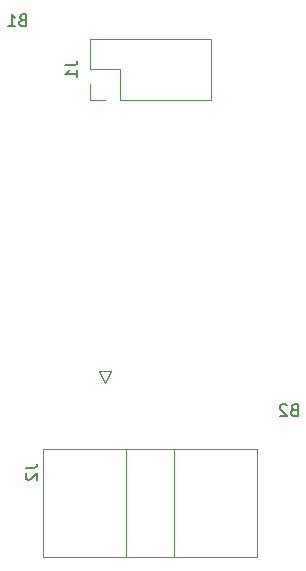
<source format=gbr>
%TF.GenerationSoftware,KiCad,Pcbnew,(7.0.0)*%
%TF.CreationDate,2023-03-14T22:16:56+02:00*%
%TF.ProjectId,cncd-esp01-board,636e6364-2d65-4737-9030-312d626f6172,rev?*%
%TF.SameCoordinates,Original*%
%TF.FileFunction,Legend,Bot*%
%TF.FilePolarity,Positive*%
%FSLAX46Y46*%
G04 Gerber Fmt 4.6, Leading zero omitted, Abs format (unit mm)*
G04 Created by KiCad (PCBNEW (7.0.0)) date 2023-03-14 22:16:56*
%MOMM*%
%LPD*%
G01*
G04 APERTURE LIST*
%ADD10C,0.150000*%
%ADD11C,0.120000*%
G04 APERTURE END LIST*
D10*
%TO.C,B1*%
X3404761Y-843571D02*
X3261904Y-891190D01*
X3261904Y-891190D02*
X3214285Y-938809D01*
X3214285Y-938809D02*
X3166666Y-1034047D01*
X3166666Y-1034047D02*
X3166666Y-1176904D01*
X3166666Y-1176904D02*
X3214285Y-1272142D01*
X3214285Y-1272142D02*
X3261904Y-1319761D01*
X3261904Y-1319761D02*
X3357142Y-1367380D01*
X3357142Y-1367380D02*
X3738094Y-1367380D01*
X3738094Y-1367380D02*
X3738094Y-367380D01*
X3738094Y-367380D02*
X3404761Y-367380D01*
X3404761Y-367380D02*
X3309523Y-415000D01*
X3309523Y-415000D02*
X3261904Y-462619D01*
X3261904Y-462619D02*
X3214285Y-557857D01*
X3214285Y-557857D02*
X3214285Y-653095D01*
X3214285Y-653095D02*
X3261904Y-748333D01*
X3261904Y-748333D02*
X3309523Y-795952D01*
X3309523Y-795952D02*
X3404761Y-843571D01*
X3404761Y-843571D02*
X3738094Y-843571D01*
X2214285Y-1367380D02*
X2785713Y-1367380D01*
X2499999Y-1367380D02*
X2499999Y-367380D01*
X2499999Y-367380D02*
X2595237Y-510238D01*
X2595237Y-510238D02*
X2690475Y-605476D01*
X2690475Y-605476D02*
X2785713Y-653095D01*
%TO.C,B2*%
X26404761Y-33843571D02*
X26261904Y-33891190D01*
X26261904Y-33891190D02*
X26214285Y-33938809D01*
X26214285Y-33938809D02*
X26166666Y-34034047D01*
X26166666Y-34034047D02*
X26166666Y-34176904D01*
X26166666Y-34176904D02*
X26214285Y-34272142D01*
X26214285Y-34272142D02*
X26261904Y-34319761D01*
X26261904Y-34319761D02*
X26357142Y-34367380D01*
X26357142Y-34367380D02*
X26738094Y-34367380D01*
X26738094Y-34367380D02*
X26738094Y-33367380D01*
X26738094Y-33367380D02*
X26404761Y-33367380D01*
X26404761Y-33367380D02*
X26309523Y-33415000D01*
X26309523Y-33415000D02*
X26261904Y-33462619D01*
X26261904Y-33462619D02*
X26214285Y-33557857D01*
X26214285Y-33557857D02*
X26214285Y-33653095D01*
X26214285Y-33653095D02*
X26261904Y-33748333D01*
X26261904Y-33748333D02*
X26309523Y-33795952D01*
X26309523Y-33795952D02*
X26404761Y-33843571D01*
X26404761Y-33843571D02*
X26738094Y-33843571D01*
X25785713Y-33462619D02*
X25738094Y-33415000D01*
X25738094Y-33415000D02*
X25642856Y-33367380D01*
X25642856Y-33367380D02*
X25404761Y-33367380D01*
X25404761Y-33367380D02*
X25309523Y-33415000D01*
X25309523Y-33415000D02*
X25261904Y-33462619D01*
X25261904Y-33462619D02*
X25214285Y-33557857D01*
X25214285Y-33557857D02*
X25214285Y-33653095D01*
X25214285Y-33653095D02*
X25261904Y-33795952D01*
X25261904Y-33795952D02*
X25833332Y-34367380D01*
X25833332Y-34367380D02*
X25214285Y-34367380D01*
%TO.C,J2*%
X3681380Y-38774666D02*
X4395666Y-38774666D01*
X4395666Y-38774666D02*
X4538523Y-38727047D01*
X4538523Y-38727047D02*
X4633761Y-38631809D01*
X4633761Y-38631809D02*
X4681380Y-38488952D01*
X4681380Y-38488952D02*
X4681380Y-38393714D01*
X3776619Y-39203238D02*
X3729000Y-39250857D01*
X3729000Y-39250857D02*
X3681380Y-39346095D01*
X3681380Y-39346095D02*
X3681380Y-39584190D01*
X3681380Y-39584190D02*
X3729000Y-39679428D01*
X3729000Y-39679428D02*
X3776619Y-39727047D01*
X3776619Y-39727047D02*
X3871857Y-39774666D01*
X3871857Y-39774666D02*
X3967095Y-39774666D01*
X3967095Y-39774666D02*
X4109952Y-39727047D01*
X4109952Y-39727047D02*
X4681380Y-39155619D01*
X4681380Y-39155619D02*
X4681380Y-39774666D01*
%TO.C,J1*%
X7047380Y-4686666D02*
X7761666Y-4686666D01*
X7761666Y-4686666D02*
X7904523Y-4639047D01*
X7904523Y-4639047D02*
X7999761Y-4543809D01*
X7999761Y-4543809D02*
X8047380Y-4400952D01*
X8047380Y-4400952D02*
X8047380Y-4305714D01*
X8047380Y-5686666D02*
X8047380Y-5115238D01*
X8047380Y-5400952D02*
X7047380Y-5400952D01*
X7047380Y-5400952D02*
X7190238Y-5305714D01*
X7190238Y-5305714D02*
X7285476Y-5210476D01*
X7285476Y-5210476D02*
X7333095Y-5115238D01*
D11*
%TO.C,J2*%
X10914000Y-30543000D02*
X10414000Y-31543000D01*
X9914000Y-30543000D02*
X10914000Y-30543000D01*
X10414000Y-31543000D02*
X9914000Y-30543000D01*
X23244000Y-37163000D02*
X5204000Y-37163000D01*
X16274000Y-37163000D02*
X16274000Y-46283000D01*
X12174000Y-37163000D02*
X12174000Y-46283000D01*
X5204000Y-37163000D02*
X5204000Y-46283000D01*
X23244000Y-46283000D02*
X23244000Y-37163000D01*
X5204000Y-46283000D02*
X23244000Y-46283000D01*
%TO.C,J1*%
X19400000Y-2420000D02*
X19400000Y-7620000D01*
X9120000Y-2420000D02*
X19400000Y-2420000D01*
X9120000Y-2420000D02*
X9120000Y-5020000D01*
X11720000Y-5020000D02*
X11720000Y-7620000D01*
X9120000Y-5020000D02*
X11720000Y-5020000D01*
X9120000Y-6290000D02*
X9120000Y-7620000D01*
X11720000Y-7620000D02*
X19400000Y-7620000D01*
X9120000Y-7620000D02*
X10450000Y-7620000D01*
%TD*%
M02*

</source>
